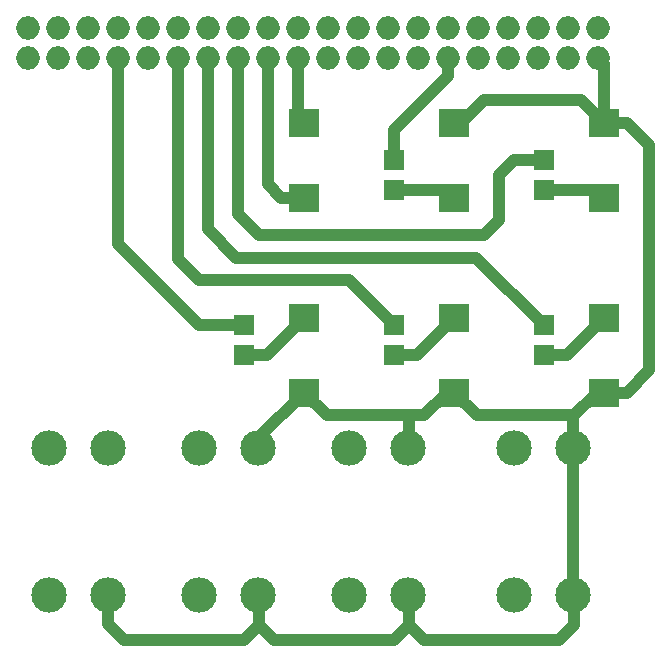
<source format=gbr>
G04 #@! TF.FileFunction,Copper,L1,Top,Signal*
%FSLAX46Y46*%
G04 Gerber Fmt 4.6, Leading zero omitted, Abs format (unit mm)*
G04 Created by KiCad (PCBNEW 4.0.7) date 01/22/18 00:42:11*
%MOMM*%
%LPD*%
G01*
G04 APERTURE LIST*
%ADD10C,0.100000*%
%ADD11O,2.000000X2.000000*%
%ADD12R,1.800000X1.800000*%
%ADD13R,2.500000X2.400000*%
%ADD14O,3.000000X3.000000*%
%ADD15C,1.000000*%
G04 APERTURE END LIST*
D10*
D11*
X60440000Y-53530000D03*
X60440000Y-50990000D03*
X62980000Y-53530000D03*
X62980000Y-50990000D03*
X65520000Y-53530000D03*
X65520000Y-50990000D03*
X68060000Y-53530000D03*
X68060000Y-50990000D03*
X70600000Y-53530000D03*
X70600000Y-50990000D03*
X73140000Y-53530000D03*
X73140000Y-50990000D03*
X75680000Y-53530000D03*
X75680000Y-50990000D03*
X78220000Y-53530000D03*
X78220000Y-50990000D03*
X80760000Y-53530000D03*
X80760000Y-50990000D03*
X83300000Y-53530000D03*
X83300000Y-50990000D03*
X85840000Y-53530000D03*
X85840000Y-50990000D03*
X88380000Y-53530000D03*
X88380000Y-50990000D03*
X90920000Y-53530000D03*
X90920000Y-50990000D03*
X93460000Y-53530000D03*
X93460000Y-50990000D03*
X96000000Y-53530000D03*
X96000000Y-50990000D03*
X98540000Y-53530000D03*
X98540000Y-50990000D03*
X101080000Y-53530000D03*
X101080000Y-50990000D03*
X103620000Y-53530000D03*
X103620000Y-50990000D03*
X106160000Y-53530000D03*
X106160000Y-50990000D03*
X108700000Y-53530000D03*
X108700000Y-50990000D03*
D12*
X104140000Y-64770000D03*
X104140000Y-62230000D03*
X91440000Y-64770000D03*
X91440000Y-62230000D03*
X104140000Y-78740000D03*
X104140000Y-76200000D03*
X91440000Y-78740000D03*
X91440000Y-76200000D03*
X78740000Y-78740000D03*
X78740000Y-76200000D03*
D13*
X83820000Y-65380000D03*
X83820000Y-59080000D03*
X109220000Y-59080000D03*
X109220000Y-65380000D03*
X96520000Y-59080000D03*
X96520000Y-65380000D03*
X109220000Y-81890000D03*
X109220000Y-75590000D03*
X96520000Y-81890000D03*
X96520000Y-75590000D03*
X83820000Y-81890000D03*
X83820000Y-75590000D03*
D14*
X101600000Y-86560000D03*
X106600000Y-86560000D03*
X101600000Y-99060000D03*
X106600000Y-99060000D03*
X87630000Y-86560000D03*
X92630000Y-86560000D03*
X87630000Y-99060000D03*
X92630000Y-99060000D03*
X74930000Y-86560000D03*
X79930000Y-86560000D03*
X74930000Y-99060000D03*
X79930000Y-99060000D03*
X62230000Y-86560000D03*
X67230000Y-86560000D03*
X62230000Y-99060000D03*
X67230000Y-99060000D03*
D15*
X104140000Y-64770000D02*
X108610000Y-64770000D01*
X108610000Y-64770000D02*
X109220000Y-65380000D01*
X78220000Y-53530000D02*
X78220000Y-66790000D01*
X101600000Y-62230000D02*
X100330000Y-63500000D01*
X100330000Y-63500000D02*
X100330000Y-67310000D01*
X100330000Y-67310000D02*
X99060000Y-68580000D01*
X99060000Y-68580000D02*
X87630000Y-68580000D01*
X101600000Y-62230000D02*
X104140000Y-62230000D01*
X80010000Y-68580000D02*
X87630000Y-68580000D01*
X78220000Y-66790000D02*
X80010000Y-68580000D01*
X91440000Y-64770000D02*
X95910000Y-64770000D01*
X95910000Y-64770000D02*
X96520000Y-65380000D01*
X91440000Y-62230000D02*
X91440000Y-59690000D01*
X96000000Y-55130000D02*
X96000000Y-53530000D01*
X91440000Y-59690000D02*
X96000000Y-55130000D01*
X104140000Y-78740000D02*
X106070000Y-78740000D01*
X106070000Y-78740000D02*
X109220000Y-75590000D01*
X75680000Y-53530000D02*
X75680000Y-68060000D01*
X98425000Y-70485000D02*
X104140000Y-76200000D01*
X78105000Y-70485000D02*
X98425000Y-70485000D01*
X75680000Y-68060000D02*
X78105000Y-70485000D01*
X91440000Y-78740000D02*
X93370000Y-78740000D01*
X93370000Y-78740000D02*
X96520000Y-75590000D01*
X87630000Y-72390000D02*
X91440000Y-76200000D01*
X74930000Y-72390000D02*
X87630000Y-72390000D01*
X73140000Y-70600000D02*
X74930000Y-72390000D01*
X73140000Y-53530000D02*
X73140000Y-70600000D01*
X78740000Y-78740000D02*
X80670000Y-78740000D01*
X80670000Y-78740000D02*
X83820000Y-75590000D01*
X68060000Y-53530000D02*
X68060000Y-69330000D01*
X74930000Y-76200000D02*
X78740000Y-76200000D01*
X68060000Y-69330000D02*
X74930000Y-76200000D01*
X80760000Y-53530000D02*
X80760000Y-64250000D01*
X81890000Y-65380000D02*
X83820000Y-65380000D01*
X80760000Y-64250000D02*
X81890000Y-65380000D01*
X109220000Y-59080000D02*
X109220000Y-54050000D01*
X109220000Y-54050000D02*
X108700000Y-53530000D01*
X79930000Y-86560000D02*
X79930000Y-85780000D01*
X79930000Y-85780000D02*
X83820000Y-81890000D01*
X92710000Y-83820000D02*
X92710000Y-86480000D01*
X92710000Y-86480000D02*
X92630000Y-86560000D01*
X106600000Y-86560000D02*
X106600000Y-99060000D01*
X109220000Y-81890000D02*
X111150000Y-81890000D01*
X111150000Y-59080000D02*
X109220000Y-59080000D01*
X113030000Y-60960000D02*
X111150000Y-59080000D01*
X113030000Y-80010000D02*
X113030000Y-60960000D01*
X111150000Y-81890000D02*
X113030000Y-80010000D01*
X96520000Y-81890000D02*
X95910000Y-81890000D01*
X95910000Y-81890000D02*
X93980000Y-83820000D01*
X85750000Y-83820000D02*
X83820000Y-81890000D01*
X93980000Y-83820000D02*
X92710000Y-83820000D01*
X92710000Y-83820000D02*
X85750000Y-83820000D01*
X106600000Y-83820000D02*
X98450000Y-83820000D01*
X98450000Y-83820000D02*
X96520000Y-81890000D01*
X106600000Y-86560000D02*
X106600000Y-83820000D01*
X106600000Y-83820000D02*
X106600000Y-83900000D01*
X106600000Y-83900000D02*
X108610000Y-81890000D01*
X108610000Y-81890000D02*
X109220000Y-81890000D01*
X96520000Y-59080000D02*
X97130000Y-59080000D01*
X97130000Y-59080000D02*
X99060000Y-57150000D01*
X107290000Y-57150000D02*
X109220000Y-59080000D01*
X99060000Y-57150000D02*
X107290000Y-57150000D01*
X92710000Y-101600000D02*
X93980000Y-102870000D01*
X106680000Y-101600000D02*
X106680000Y-99140000D01*
X105410000Y-102870000D02*
X106680000Y-101600000D01*
X93980000Y-102870000D02*
X105410000Y-102870000D01*
X106680000Y-99140000D02*
X106600000Y-99060000D01*
X80010000Y-101600000D02*
X81280000Y-102870000D01*
X92710000Y-101600000D02*
X92710000Y-99140000D01*
X91440000Y-102870000D02*
X92710000Y-101600000D01*
X81280000Y-102870000D02*
X91440000Y-102870000D01*
X92710000Y-99140000D02*
X92630000Y-99060000D01*
X67230000Y-99060000D02*
X67230000Y-101520000D01*
X80010000Y-101600000D02*
X80010000Y-99140000D01*
X78740000Y-102870000D02*
X80010000Y-101600000D01*
X68580000Y-102870000D02*
X78740000Y-102870000D01*
X67230000Y-101520000D02*
X68580000Y-102870000D01*
X80010000Y-99140000D02*
X79930000Y-99060000D01*
X83300000Y-53530000D02*
X83300000Y-58560000D01*
X83300000Y-58560000D02*
X83820000Y-59080000D01*
M02*

</source>
